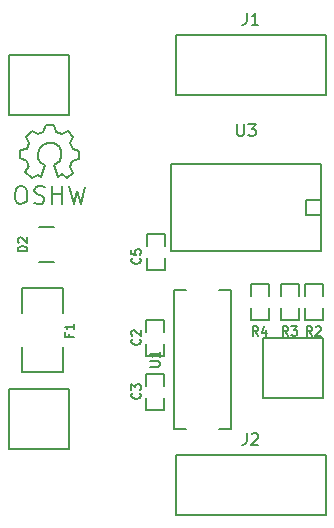
<source format=gbr>
G04 #@! TF.GenerationSoftware,KiCad,Pcbnew,5.0.0-fee4fd1~66~ubuntu16.04.1*
G04 #@! TF.CreationDate,2018-09-25T20:47:50+02:00*
G04 #@! TF.ProjectId,bus-module_attiny1634,6275732D6D6F64756C655F617474696E,B*
G04 #@! TF.SameCoordinates,Original*
G04 #@! TF.FileFunction,Legend,Top*
G04 #@! TF.FilePolarity,Positive*
%FSLAX46Y46*%
G04 Gerber Fmt 4.6, Leading zero omitted, Abs format (unit mm)*
G04 Created by KiCad (PCBNEW 5.0.0-fee4fd1~66~ubuntu16.04.1) date Tue Sep 25 20:47:50 2018*
%MOMM*%
%LPD*%
G01*
G04 APERTURE LIST*
%ADD10C,0.150000*%
G04 APERTURE END LIST*
D10*
G04 #@! TO.C,U3*
X105275000Y-93480000D02*
X106545000Y-93480000D01*
X105275000Y-94750000D02*
X105275000Y-93480000D01*
X106545000Y-94750000D02*
X105275000Y-94750000D01*
X106545000Y-97798000D02*
X93845000Y-97798000D01*
X93845000Y-90432000D02*
X106545000Y-90432000D01*
X106545000Y-97798000D02*
X106545000Y-90432000D01*
X93845000Y-90432000D02*
X93845000Y-97798000D01*
G04 #@! TO.C,D2*
X82654000Y-98790000D02*
X83954000Y-98790000D01*
X82654000Y-95790000D02*
X83954000Y-95790000D01*
G04 #@! TO.C,U1*
X98912300Y-112911000D02*
X98912300Y-101110160D01*
X94111700Y-101110160D02*
X94111700Y-112911000D01*
X94111700Y-112911000D02*
X95112460Y-112911000D01*
X98912300Y-112911000D02*
X97911540Y-112911000D01*
X98912300Y-101110160D02*
X97911540Y-101110160D01*
X94111700Y-101110160D02*
X95112460Y-101110160D01*
G04 #@! TO.C,R2*
X105148000Y-103640000D02*
X105148000Y-102624000D01*
X106672000Y-103640000D02*
X105148000Y-103640000D01*
X106672000Y-102624000D02*
X106672000Y-103640000D01*
X106672000Y-100592000D02*
X106672000Y-101608000D01*
X105148000Y-100592000D02*
X106672000Y-100592000D01*
X105148000Y-101608000D02*
X105148000Y-100592000D01*
G04 #@! TO.C,R3*
X103116000Y-103640000D02*
X103116000Y-102624000D01*
X104640000Y-103640000D02*
X103116000Y-103640000D01*
X104640000Y-102624000D02*
X104640000Y-103640000D01*
X104640000Y-100592000D02*
X104640000Y-101608000D01*
X103116000Y-100592000D02*
X104640000Y-100592000D01*
X103116000Y-101608000D02*
X103116000Y-100592000D01*
G04 #@! TO.C,R4*
X100576000Y-103640000D02*
X100576000Y-102624000D01*
X102100000Y-103640000D02*
X100576000Y-103640000D01*
X102100000Y-102624000D02*
X102100000Y-103640000D01*
X102100000Y-100592000D02*
X102100000Y-101608000D01*
X100576000Y-100592000D02*
X102100000Y-100592000D01*
X100576000Y-101608000D02*
X100576000Y-100592000D01*
G04 #@! TO.C,C5*
X93337000Y-96401000D02*
X93337000Y-97417000D01*
X91813000Y-96401000D02*
X93337000Y-96401000D01*
X91813000Y-97417000D02*
X91813000Y-96401000D01*
X91813000Y-99449000D02*
X91813000Y-98433000D01*
X93337000Y-99449000D02*
X91813000Y-99449000D01*
X93337000Y-98433000D02*
X93337000Y-99449000D01*
G04 #@! TO.C,F1*
X84675600Y-108059600D02*
X84675600Y-105976800D01*
X81195800Y-108059600D02*
X84675600Y-108059600D01*
X81195800Y-105976800D02*
X81195800Y-108059600D01*
X84675600Y-100973000D02*
X84675600Y-103055800D01*
X81195800Y-100973000D02*
X84675600Y-100973000D01*
X81195800Y-103055800D02*
X81195800Y-100973000D01*
G04 #@! TO.C,C2*
X91686000Y-106688000D02*
X91686000Y-105672000D01*
X93210000Y-106688000D02*
X91686000Y-106688000D01*
X93210000Y-105672000D02*
X93210000Y-106688000D01*
X93210000Y-103640000D02*
X93210000Y-104656000D01*
X91686000Y-103640000D02*
X93210000Y-103640000D01*
X91686000Y-104656000D02*
X91686000Y-103640000D01*
G04 #@! TO.C,C3*
X93210000Y-108212000D02*
X93210000Y-109228000D01*
X91686000Y-108212000D02*
X93210000Y-108212000D01*
X91686000Y-109228000D02*
X91686000Y-108212000D01*
X91686000Y-111260000D02*
X91686000Y-110244000D01*
X93210000Y-111260000D02*
X91686000Y-111260000D01*
X93210000Y-110244000D02*
X93210000Y-111260000D01*
G04 #@! TO.C,HOLE_2.5mm*
X85190000Y-114610000D02*
X85190000Y-109530000D01*
X80110000Y-114610000D02*
X85190000Y-114610000D01*
X80110000Y-109530000D02*
X80110000Y-114610000D01*
X85190000Y-109530000D02*
X80110000Y-109530000D01*
X85190000Y-86360000D02*
X85190000Y-81280000D01*
X80110000Y-86360000D02*
X85190000Y-86360000D01*
X80110000Y-81280000D02*
X80110000Y-86360000D01*
X85190000Y-81280000D02*
X80110000Y-81280000D01*
G04 #@! TO.C,LOGO1*
X83908520Y-90569160D02*
X84307300Y-91569920D01*
X83207480Y-90569160D02*
X82856960Y-91569920D01*
X82856960Y-90371040D02*
X83207480Y-90569160D01*
X82608040Y-90068780D02*
X82856960Y-90371040D01*
X82557240Y-89570940D02*
X82608040Y-90068780D01*
X82707100Y-89118820D02*
X82557240Y-89570940D01*
X83108420Y-88770840D02*
X82707100Y-89118820D01*
X83507200Y-88669240D02*
X83108420Y-88770840D01*
X83956780Y-88720040D02*
X83507200Y-88669240D01*
X84408900Y-89070560D02*
X83956780Y-88720040D01*
X84558760Y-89421080D02*
X84408900Y-89070560D01*
X84558760Y-89819860D02*
X84558760Y-89421080D01*
X84408900Y-90221180D02*
X84558760Y-89819860D01*
X84208240Y-90419300D02*
X84408900Y-90221180D01*
X83908520Y-90569160D02*
X84208240Y-90419300D01*
X81627600Y-90190700D02*
X81767300Y-90589480D01*
X81068800Y-89990040D02*
X81627600Y-90190700D01*
X81078960Y-89289000D02*
X81068800Y-89990040D01*
X81627600Y-89189940D02*
X81078960Y-89289000D01*
X81797780Y-88709880D02*
X81627600Y-89189940D01*
X81548860Y-88168860D02*
X81797780Y-88709880D01*
X82067020Y-87640540D02*
X81548860Y-88168860D01*
X82618200Y-87909780D02*
X82067020Y-87640540D01*
X83037300Y-87739600D02*
X82618200Y-87909780D01*
X83248120Y-87190960D02*
X83037300Y-87739600D01*
X83939000Y-87208740D02*
X83248120Y-87190960D01*
X84109180Y-87749760D02*
X83939000Y-87208740D01*
X84579080Y-87950420D02*
X84109180Y-87749760D01*
X85097240Y-87688800D02*
X84579080Y-87950420D01*
X85567140Y-88199340D02*
X85097240Y-87688800D01*
X85297900Y-88669240D02*
X85567140Y-88199340D01*
X85498560Y-89240740D02*
X85297900Y-88669240D01*
X86057360Y-89380440D02*
X85498560Y-89240740D01*
X86057360Y-90061160D02*
X86057360Y-89380440D01*
X85447760Y-90249120D02*
X86057360Y-90061160D01*
X85257260Y-90719020D02*
X85447760Y-90249120D01*
X85539200Y-91199080D02*
X85257260Y-90719020D01*
X85066760Y-91689300D02*
X85539200Y-91199080D01*
X84627340Y-91359100D02*
X85066760Y-91689300D01*
X84297140Y-91549600D02*
X84627340Y-91359100D01*
X82577560Y-91409900D02*
X82856960Y-91569920D01*
X82056860Y-91679140D02*
X82577560Y-91409900D01*
X81518380Y-91160980D02*
X82056860Y-91679140D01*
X81777460Y-90599640D02*
X81518380Y-91160980D01*
X81518380Y-92458920D02*
X81157700Y-92329380D01*
X81627600Y-92740860D02*
X81518380Y-92458920D01*
X81678400Y-93149800D02*
X81627600Y-92740860D01*
X81607280Y-93609540D02*
X81678400Y-93149800D01*
X81388840Y-93789880D02*
X81607280Y-93609540D01*
X81078960Y-93861000D02*
X81388840Y-93789880D01*
X80827500Y-93739080D02*
X81078960Y-93861000D01*
X80626840Y-93419040D02*
X80827500Y-93739080D01*
X80598900Y-93071060D02*
X80626840Y-93419040D01*
X80687800Y-92580840D02*
X80598900Y-93071060D01*
X80929100Y-92339540D02*
X80687800Y-92580840D01*
X81178020Y-92319220D02*
X80929100Y-92339540D01*
X82567400Y-93878780D02*
X82216880Y-93769560D01*
X82887440Y-93850840D02*
X82567400Y-93878780D01*
X83118580Y-93629860D02*
X82887440Y-93850840D01*
X83077940Y-93330140D02*
X83118580Y-93629860D01*
X82897600Y-93170120D02*
X83077940Y-93330140D01*
X82508980Y-93040580D02*
X82897600Y-93170120D01*
X82267680Y-92799280D02*
X82508980Y-93040580D01*
X82298160Y-92530040D02*
X82267680Y-92799280D01*
X82536920Y-92329380D02*
X82298160Y-92530040D01*
X82856960Y-92339540D02*
X82536920Y-92329380D01*
X83207480Y-92420820D02*
X82856960Y-92339540D01*
X83758660Y-93888940D02*
X83768820Y-93878780D01*
X83758660Y-92319220D02*
X83758660Y-93888940D01*
X84647660Y-92329380D02*
X84647660Y-93871160D01*
X84607020Y-93050740D02*
X84607020Y-93040580D01*
X84596860Y-93040580D02*
X84607020Y-93050740D01*
X83806920Y-93050740D02*
X84596860Y-93040580D01*
X86176740Y-93840680D02*
X86517100Y-92390340D01*
X85866860Y-92768800D02*
X86176740Y-93840680D01*
X85587460Y-93830520D02*
X85866860Y-92768800D01*
X85226780Y-92359860D02*
X85587460Y-93830520D01*
G04 #@! TO.C,H1*
X106672000Y-110244000D02*
X106672000Y-105164000D01*
X101592000Y-110244000D02*
X106672000Y-110244000D01*
X101592000Y-105164000D02*
X101592000Y-110244000D01*
X106672000Y-105164000D02*
X101592000Y-105164000D01*
G04 #@! TO.C,J2*
X94226000Y-120150000D02*
X94226000Y-115070000D01*
X106926000Y-120150000D02*
X94226000Y-120150000D01*
X106926000Y-115070000D02*
X106926000Y-120150000D01*
X94226000Y-115070000D02*
X106926000Y-115070000D01*
G04 #@! TO.C,J1*
X94226000Y-84590000D02*
X94226000Y-79510000D01*
X106926000Y-84590000D02*
X94226000Y-84590000D01*
X106926000Y-79510000D02*
X106926000Y-84590000D01*
X94226000Y-79510000D02*
X106926000Y-79510000D01*
G04 #@! TO.C,U3*
X99433095Y-87090380D02*
X99433095Y-87899904D01*
X99480714Y-87995142D01*
X99528333Y-88042761D01*
X99623571Y-88090380D01*
X99814047Y-88090380D01*
X99909285Y-88042761D01*
X99956904Y-87995142D01*
X100004523Y-87899904D01*
X100004523Y-87090380D01*
X100385476Y-87090380D02*
X101004523Y-87090380D01*
X100671190Y-87471333D01*
X100814047Y-87471333D01*
X100909285Y-87518952D01*
X100956904Y-87566571D01*
X101004523Y-87661809D01*
X101004523Y-87899904D01*
X100956904Y-87995142D01*
X100909285Y-88042761D01*
X100814047Y-88090380D01*
X100528333Y-88090380D01*
X100433095Y-88042761D01*
X100385476Y-87995142D01*
G04 #@! TO.C,D2*
X81665904Y-97880476D02*
X80865904Y-97880476D01*
X80865904Y-97690000D01*
X80904000Y-97575714D01*
X80980190Y-97499523D01*
X81056380Y-97461428D01*
X81208761Y-97423333D01*
X81323047Y-97423333D01*
X81475428Y-97461428D01*
X81551619Y-97499523D01*
X81627809Y-97575714D01*
X81665904Y-97690000D01*
X81665904Y-97880476D01*
X80942095Y-97118571D02*
X80904000Y-97080476D01*
X80865904Y-97004285D01*
X80865904Y-96813809D01*
X80904000Y-96737619D01*
X80942095Y-96699523D01*
X81018285Y-96661428D01*
X81094476Y-96661428D01*
X81208761Y-96699523D01*
X81665904Y-97156666D01*
X81665904Y-96661428D01*
G04 #@! TO.C,U1*
X92073404Y-107620103D02*
X92721023Y-107620103D01*
X92797214Y-107582008D01*
X92835309Y-107543913D01*
X92873404Y-107467722D01*
X92873404Y-107315341D01*
X92835309Y-107239151D01*
X92797214Y-107201056D01*
X92721023Y-107162960D01*
X92073404Y-107162960D01*
X92873404Y-106362960D02*
X92873404Y-106820103D01*
X92873404Y-106591532D02*
X92073404Y-106591532D01*
X92187690Y-106667722D01*
X92263880Y-106743913D01*
X92301976Y-106820103D01*
G04 #@! TO.C,R2*
X105776666Y-105017904D02*
X105510000Y-104636952D01*
X105319523Y-105017904D02*
X105319523Y-104217904D01*
X105624285Y-104217904D01*
X105700476Y-104256000D01*
X105738571Y-104294095D01*
X105776666Y-104370285D01*
X105776666Y-104484571D01*
X105738571Y-104560761D01*
X105700476Y-104598857D01*
X105624285Y-104636952D01*
X105319523Y-104636952D01*
X106081428Y-104294095D02*
X106119523Y-104256000D01*
X106195714Y-104217904D01*
X106386190Y-104217904D01*
X106462380Y-104256000D01*
X106500476Y-104294095D01*
X106538571Y-104370285D01*
X106538571Y-104446476D01*
X106500476Y-104560761D01*
X106043333Y-105017904D01*
X106538571Y-105017904D01*
G04 #@! TO.C,R3*
X103744666Y-105017904D02*
X103478000Y-104636952D01*
X103287523Y-105017904D02*
X103287523Y-104217904D01*
X103592285Y-104217904D01*
X103668476Y-104256000D01*
X103706571Y-104294095D01*
X103744666Y-104370285D01*
X103744666Y-104484571D01*
X103706571Y-104560761D01*
X103668476Y-104598857D01*
X103592285Y-104636952D01*
X103287523Y-104636952D01*
X104011333Y-104217904D02*
X104506571Y-104217904D01*
X104239904Y-104522666D01*
X104354190Y-104522666D01*
X104430380Y-104560761D01*
X104468476Y-104598857D01*
X104506571Y-104675047D01*
X104506571Y-104865523D01*
X104468476Y-104941714D01*
X104430380Y-104979809D01*
X104354190Y-105017904D01*
X104125619Y-105017904D01*
X104049428Y-104979809D01*
X104011333Y-104941714D01*
G04 #@! TO.C,R4*
X101204666Y-105017904D02*
X100938000Y-104636952D01*
X100747523Y-105017904D02*
X100747523Y-104217904D01*
X101052285Y-104217904D01*
X101128476Y-104256000D01*
X101166571Y-104294095D01*
X101204666Y-104370285D01*
X101204666Y-104484571D01*
X101166571Y-104560761D01*
X101128476Y-104598857D01*
X101052285Y-104636952D01*
X100747523Y-104636952D01*
X101890380Y-104484571D02*
X101890380Y-105017904D01*
X101699904Y-104179809D02*
X101509428Y-104751238D01*
X102004666Y-104751238D01*
G04 #@! TO.C,C5*
X91209714Y-98439333D02*
X91247809Y-98477428D01*
X91285904Y-98591714D01*
X91285904Y-98667904D01*
X91247809Y-98782190D01*
X91171619Y-98858380D01*
X91095428Y-98896476D01*
X90943047Y-98934571D01*
X90828761Y-98934571D01*
X90676380Y-98896476D01*
X90600190Y-98858380D01*
X90524000Y-98782190D01*
X90485904Y-98667904D01*
X90485904Y-98591714D01*
X90524000Y-98477428D01*
X90562095Y-98439333D01*
X90485904Y-97715523D02*
X90485904Y-98096476D01*
X90866857Y-98134571D01*
X90828761Y-98096476D01*
X90790666Y-98020285D01*
X90790666Y-97829809D01*
X90828761Y-97753619D01*
X90866857Y-97715523D01*
X90943047Y-97677428D01*
X91133523Y-97677428D01*
X91209714Y-97715523D01*
X91247809Y-97753619D01*
X91285904Y-97829809D01*
X91285904Y-98020285D01*
X91247809Y-98096476D01*
X91209714Y-98134571D01*
G04 #@! TO.C,F1*
X85202657Y-104846466D02*
X85202657Y-105113133D01*
X85621704Y-105113133D02*
X84821704Y-105113133D01*
X84821704Y-104732180D01*
X85621704Y-104008371D02*
X85621704Y-104465514D01*
X85621704Y-104236942D02*
X84821704Y-104236942D01*
X84935990Y-104313133D01*
X85012180Y-104389323D01*
X85050276Y-104465514D01*
G04 #@! TO.C,C2*
X91209714Y-105297333D02*
X91247809Y-105335428D01*
X91285904Y-105449714D01*
X91285904Y-105525904D01*
X91247809Y-105640190D01*
X91171619Y-105716380D01*
X91095428Y-105754476D01*
X90943047Y-105792571D01*
X90828761Y-105792571D01*
X90676380Y-105754476D01*
X90600190Y-105716380D01*
X90524000Y-105640190D01*
X90485904Y-105525904D01*
X90485904Y-105449714D01*
X90524000Y-105335428D01*
X90562095Y-105297333D01*
X90562095Y-104992571D02*
X90524000Y-104954476D01*
X90485904Y-104878285D01*
X90485904Y-104687809D01*
X90524000Y-104611619D01*
X90562095Y-104573523D01*
X90638285Y-104535428D01*
X90714476Y-104535428D01*
X90828761Y-104573523D01*
X91285904Y-105030666D01*
X91285904Y-104535428D01*
G04 #@! TO.C,C3*
X91209714Y-109869333D02*
X91247809Y-109907428D01*
X91285904Y-110021714D01*
X91285904Y-110097904D01*
X91247809Y-110212190D01*
X91171619Y-110288380D01*
X91095428Y-110326476D01*
X90943047Y-110364571D01*
X90828761Y-110364571D01*
X90676380Y-110326476D01*
X90600190Y-110288380D01*
X90524000Y-110212190D01*
X90485904Y-110097904D01*
X90485904Y-110021714D01*
X90524000Y-109907428D01*
X90562095Y-109869333D01*
X90485904Y-109602666D02*
X90485904Y-109107428D01*
X90790666Y-109374095D01*
X90790666Y-109259809D01*
X90828761Y-109183619D01*
X90866857Y-109145523D01*
X90943047Y-109107428D01*
X91133523Y-109107428D01*
X91209714Y-109145523D01*
X91247809Y-109183619D01*
X91285904Y-109259809D01*
X91285904Y-109488380D01*
X91247809Y-109564571D01*
X91209714Y-109602666D01*
G04 #@! TO.C,J2*
X100242666Y-113252380D02*
X100242666Y-113966666D01*
X100195047Y-114109523D01*
X100099809Y-114204761D01*
X99956952Y-114252380D01*
X99861714Y-114252380D01*
X100671238Y-113347619D02*
X100718857Y-113300000D01*
X100814095Y-113252380D01*
X101052190Y-113252380D01*
X101147428Y-113300000D01*
X101195047Y-113347619D01*
X101242666Y-113442857D01*
X101242666Y-113538095D01*
X101195047Y-113680952D01*
X100623619Y-114252380D01*
X101242666Y-114252380D01*
G04 #@! TO.C,J1*
X100242666Y-77692380D02*
X100242666Y-78406666D01*
X100195047Y-78549523D01*
X100099809Y-78644761D01*
X99956952Y-78692380D01*
X99861714Y-78692380D01*
X101242666Y-78692380D02*
X100671238Y-78692380D01*
X100956952Y-78692380D02*
X100956952Y-77692380D01*
X100861714Y-77835238D01*
X100766476Y-77930476D01*
X100671238Y-77978095D01*
G04 #@! TD*
M02*

</source>
